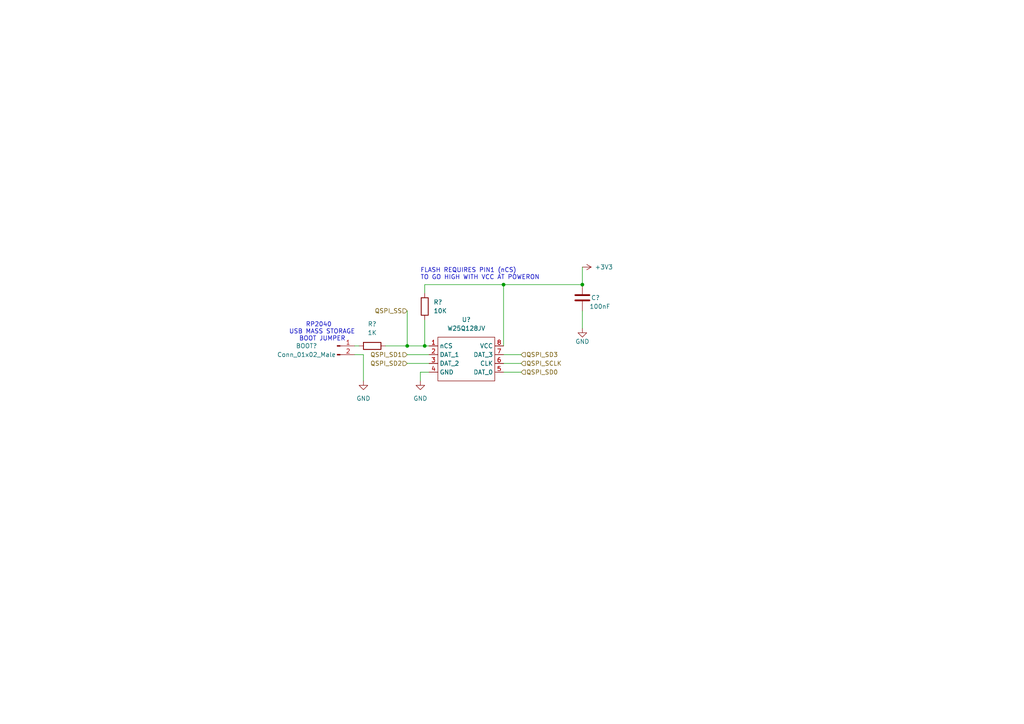
<source format=kicad_sch>
(kicad_sch (version 20211123) (generator eeschema)
  (paper "A4")
  (lib_symbols
    (symbol "Connector:Conn_01x02_Male" (pin_names (offset 1.016) hide)
      (property "Reference" "J" (at 0 2.54 0))
      (property "Value" "Conn_01x02_Male" (at 0 -5.08 0))
      (symbol "Conn_01x02_Male_1_1"
        (polyline (pts (xy 1.27 -2.54) (xy 0.8636 -2.54)) (stroke (width 0.1524)))
        (polyline (pts (xy 1.27 0) (xy 0.8636 0)) (stroke (width 0.1524)))
        (rectangle (start 0.8636 -2.413) (end 0 -2.667) (stroke (width 0.1524)) (fill (type outline)))
        (rectangle (start 0.8636 0.127) (end 0 -0.127) (stroke (width 0.1524)) (fill (type outline)))
        (pin passive line (at 5.08 0 180) (length 3.81) (name "Pin_1") (number "1"))
        (pin passive line (at 5.08 -2.54 180) (length 3.81) (name "Pin_2") (number "2"))
      )
    )
    (symbol "Device:C" (pin_numbers hide) (pin_names (offset 0.254))
      (property "Reference" "C" (at 0.635 2.54 0))
      (property "Value" "C" (at 0.635 -2.54 0))
      (symbol "C_0_1"
        (polyline (pts (xy -2.032 -0.762) (xy 2.032 -0.762)) (stroke (width 0.508)))
        (polyline (pts (xy -2.032 0.762) (xy 2.032 0.762)) (stroke (width 0.508)))
      )
      (symbol "C_1_1"
        (pin passive line (at 0 3.81 270) (length 2.794) (name "~") (number "1"))
        (pin passive line (at 0 -3.81 90) (length 2.794) (name "~") (number "2"))
      )
    )
    (symbol "Device:R" (pin_numbers hide) (pin_names (offset 0))
      (property "Reference" "R" (at 2.032 0 90))
      (property "Value" "R" (at 0 0 90))
      (symbol "R_0_1"
        (rectangle (start -1.016 -2.54) (end 1.016 2.54) (stroke (width 0.254)))
      )
      (symbol "R_1_1"
        (pin passive line (at 0 3.81 270) (length 1.27) (name "~") (number "1"))
        (pin passive line (at 0 -3.81 90) (length 1.27) (name "~") (number "2"))
      )
    )
    (symbol "User_Global_Symbols:W25Q128JV"
      (property "Reference" "U" (at 15.24 13.97 0))
      (property "Value" "W25Q128JV" (at 5.08 13.97 0))
      (symbol "W25Q128JV_0_1"
        (rectangle (start 0 12.7) (end 16.51 0))
      )
      (symbol "W25Q128JV_1_1"
        (pin input line (at -2.54 10.16 0) (length 2.54) (name "nCS") (number "1"))
        (pin bidirectional line (at -2.54 7.62 0) (length 2.54) (name "DAT_1") (number "2"))
        (pin bidirectional line (at -2.54 5.08 0) (length 2.54) (name "DAT_2") (number "3"))
        (pin power_in line (at -2.54 2.54 0) (length 2.54) (name "GND") (number "4"))
        (pin bidirectional line (at 19.05 2.54 180) (length 2.54) (name "DAT_0") (number "5"))
        (pin input line (at 19.05 5.08 180) (length 2.54) (name "CLK") (number "6"))
        (pin bidirectional line (at 19.05 7.62 180) (length 2.54) (name "DAT_3") (number "7"))
        (pin power_in line (at 19.05 10.16 180) (length 2.54) (name "VCC") (number "8"))
      )
    )
    (symbol "power:+3.3V" (power) (pin_names (offset 0))
      (property "Value" "+3.3V" (at 0 3.556 0))
      (symbol "+3.3V_0_1"
        (polyline (pts (xy -0.762 1.27) (xy 0 2.54)))
        (polyline (pts (xy 0 0) (xy 0 2.54)))
        (polyline (pts (xy 0 2.54) (xy 0.762 1.27)))
      )
      (symbol "+3.3V_1_1"
        (pin power_in line (at 0 0 90) (length 0) hide (name "+3V3") (number "1"))
      )
    )
    (symbol "power:GND" (power) (pin_names (offset 0))
      (property "Value" "GND" (at 0 -3.81 0))
      (symbol "GND_0_1"
        (polyline (pts (xy 0 0) (xy 0 -1.27) (xy 1.27 -1.27) (xy 0 -2.54) (xy -1.27 -1.27) (xy 0 -1.27)))
      )
      (symbol "GND_1_1"
        (pin power_in line (at 0 0 270) (length 0) hide (name "GND") (number "1"))
      )
    )
  )
  (junction (at 168.91 82.55))
  (junction (at 123.19 100.33))
  (junction (at 118.11 100.33))
  (junction (at 146.05 82.55))
  (wire (pts (xy 168.91 90.17) (xy 168.91 95.25)))
  (wire (pts (xy 168.91 77.47) (xy 168.91 82.55)))
  (wire (pts (xy 146.05 107.95) (xy 151.13 107.95)))
  (wire (pts (xy 102.87 102.87) (xy 105.41 102.87)))
  (wire (pts (xy 124.46 107.95) (xy 121.92 107.95)))
  (wire (pts (xy 118.11 105.41) (xy 124.46 105.41)))
  (wire (pts (xy 121.92 107.95) (xy 121.92 110.49)))
  (wire (pts (xy 118.11 90.17) (xy 118.11 100.33)))
  (wire (pts (xy 111.76 100.33) (xy 118.11 100.33)))
  (wire (pts (xy 118.11 100.33) (xy 123.19 100.33)))
  (wire (pts (xy 123.19 82.55) (xy 146.05 82.55)))
  (wire (pts (xy 146.05 82.55) (xy 168.91 82.55)))
  (wire (pts (xy 123.19 92.71) (xy 123.19 100.33)))
  (wire (pts (xy 123.19 82.55) (xy 123.19 85.09)))
  (wire (pts (xy 146.05 102.87) (xy 151.13 102.87)))
  (wire (pts (xy 102.87 100.33) (xy 104.14 100.33)))
  (wire (pts (xy 105.41 102.87) (xy 105.41 110.49)))
  (wire (pts (xy 146.05 105.41) (xy 151.13 105.41)))
  (wire (pts (xy 118.11 102.87) (xy 124.46 102.87)))
  (wire (pts (xy 123.19 100.33) (xy 124.46 100.33)))
  (wire (pts (xy 146.05 100.33) (xy 146.05 82.55)))
  (text "FLASH REQUIRES PIN1 (nCS)\nTO GO HIGH WITH VCC AT POWERON" (at 121.92 81.28 0) (effects (font (size 1.27 1.27)) (justify left bottom)))
  (text "     RP2040\nUSB MASS STORAGE\n   BOOT JUMPER" (at 83.82 99.06 0) (effects (font (size 1.27 1.27)) (justify left bottom)))
  (hierarchical_label "QSPI_SD3" (shape input) (at 151.13 102.87 0))
  (hierarchical_label "QSPI_SD2" (shape input) (at 118.11 105.41 180))
  (hierarchical_label "QSPI_SD0" (shape input) (at 151.13 107.95 0))
  (hierarchical_label "QSPI_SD1" (shape input) (at 118.11 102.87 180))
  (hierarchical_label "QSPI_SS" (shape input) (at 118.11 90.17 180))
  (hierarchical_label "QSPI_SCLK" (shape input) (at 151.13 105.41 0))
  (symbol (lib_id "power:GND") (at 168.91 95.25 0) (unit 1)
    (property "Reference" "#PWR?" (effects hide))
    (property "Value" "GND" (at 168.91 99.06 0))
  )
  (symbol (lib_id "Device:R") (at 107.95 100.33 90) (unit 1)
    (property "Reference" "R?" (at 107.95 93.98 90))
    (property "Value" "1K" (at 107.95 96.52 90))
    (property "Footprint" "Resistor_SMD:R_0603_1608Metric" (effects hide))
    (property "LCSC" "C21190" (effects hide))
  )
  (symbol (lib_id "power:GND") (at 121.92 110.49 0) (unit 1)
    (property "Reference" "#PWR?" (effects hide))
    (property "Value" "GND" (at 121.92 115.57 0))
  )
  (symbol (lib_id "Device:R") (at 123.19 88.9 0) (unit 1)
    (property "Reference" "R?" (at 125.73 87.6299 0) (effects (justify left)))
    (property "Value" "10K" (at 125.73 90.17 0) (effects (justify left)))
    (property "Footprint" "Resistor_SMD:R_0603_1608Metric" (effects hide))
    (property "LCSC" "C25804" (effects hide))
  )
  (symbol (lib_id "Connector:Conn_01x02_Male") (at 97.79 100.33 0) (unit 1)
    (property "Reference" "BOOT?" (at 88.9 100.33 0))
    (property "Value" "Conn_01x02_Male" (at 88.9 102.87 0))
    (property "Footprint" "Connector_PinHeader_2.54mm:PinHeader_1x02_P2.54mm_Vertical" (effects hide))
  )
  (symbol (lib_id "Device:C") (at 168.91 86.36 180) (unit 1)
    (property "Reference" "C?" (at 172.72 86.36 0))
    (property "Value" "100nF" (at 173.99 88.9 0))
    (property "Footprint" "Capacitor_SMD:C_0603_1608Metric" (effects hide))
    (property "LCSC" "C14663" (effects hide))
  )
  (symbol (lib_id "User_Global_Symbols:W25Q128JV") (at 127 110.49 0) (unit 1)
    (property "Reference" "U?" (at 135.255 92.71 0))
    (property "Value" "W25Q128JV" (at 135.255 95.25 0))
    (property "Footprint" "Package_SO:SOIC-8_5.23x5.23mm_P1.27mm" (effects hide))
    (property "LCSC" "C97521" (effects hide))
  )
  (symbol (lib_id "power:GND") (at 105.41 110.49 0) (unit 1)
    (property "Reference" "#PWR?" (effects hide))
    (property "Value" "GND" (at 105.41 115.57 0))
  )
  (symbol (lib_id "power:+3.3V") (at 168.91 77.47 270) (unit 1)
    (property "Reference" "#PWR?" (effects hide))
    (property "Value" "+3.3V" (at 177.8 77.47 90) (effects (justify right)))
  )
)
</source>
